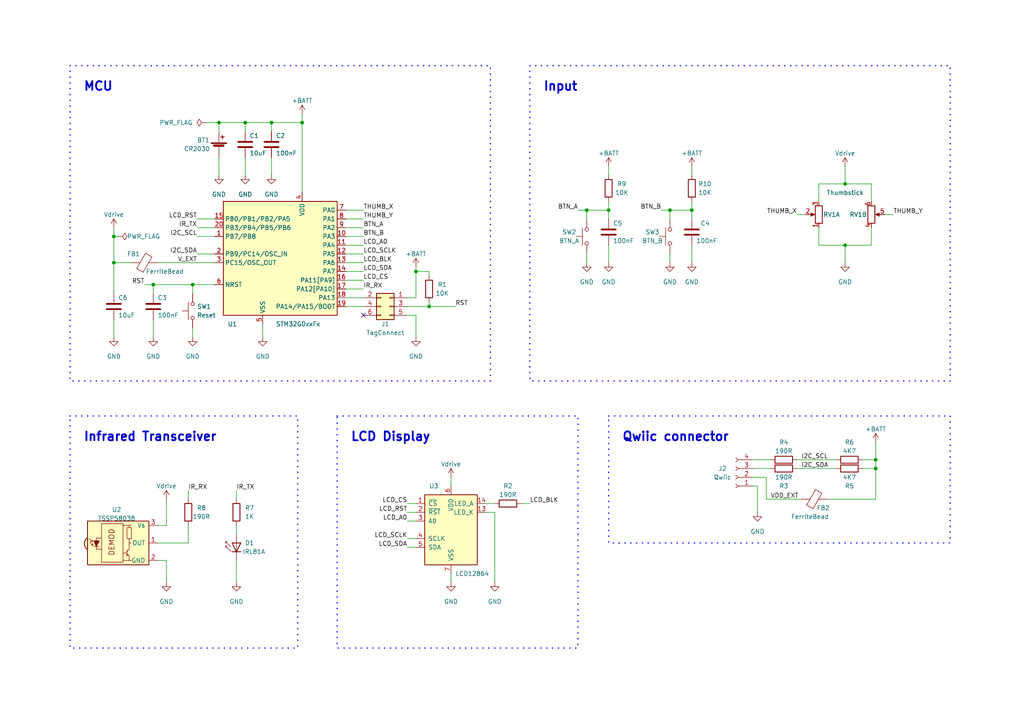
<source format=kicad_sch>
(kicad_sch (version 20220929) (generator eeschema)
  (paper "A4")
  (title_block (title "Curio") (rev "0x02"))
  (lib_symbols
    (symbol "Connector:Conn_01x04_Female" (pin_names (offset 1.016) hide)
      (property "Reference" "J" (at 0 5.08 0))
      (property "Value" "Conn_01x04_Female" (at 0 -7.62 0))
      (symbol "Conn_01x04_Female_1_1"
        (arc (start 0 -4.572) (mid -0.508 -5.08) (end 0 -5.588) (stroke (width 0.1524)))
        (arc (start 0 -2.032) (mid -0.508 -2.54) (end 0 -3.048) (stroke (width 0.1524)))
        (polyline (pts (xy -1.27 -5.08) (xy -0.508 -5.08)) (stroke (width 0.1524)))
        (polyline (pts (xy -1.27 -2.54) (xy -0.508 -2.54)) (stroke (width 0.1524)))
        (polyline (pts (xy -1.27 0) (xy -0.508 0)) (stroke (width 0.1524)))
        (polyline (pts (xy -1.27 2.54) (xy -0.508 2.54)) (stroke (width 0.1524)))
        (arc (start 0 0.508) (mid -0.508 0) (end 0 -0.508) (stroke (width 0.1524)))
        (arc (start 0 3.048) (mid -0.508 2.54) (end 0 2.032) (stroke (width 0.1524)))
        (pin passive line (at -5.08 2.54 0) (length 3.81) (name "Pin_1") (number "1"))
        (pin passive line (at -5.08 0 0) (length 3.81) (name "Pin_2") (number "2"))
        (pin passive line (at -5.08 -2.54 0) (length 3.81) (name "Pin_3") (number "3"))
        (pin passive line (at -5.08 -5.08 0) (length 3.81) (name "Pin_4") (number "4"))
      )
    )
    (symbol "Connector_Generic:Conn_02x03_Odd_Even" (pin_names (offset 1.016) hide)
      (property "Reference" "J" (at 1.27 5.08 0))
      (property "Value" "Conn_02x03_Odd_Even" (at 1.27 -5.08 0))
      (symbol "Conn_02x03_Odd_Even_1_1"
        (rectangle (start -1.27 -2.413) (end 0 -2.667) (stroke (width 0.1524)))
        (rectangle (start -1.27 0.127) (end 0 -0.127) (stroke (width 0.1524)))
        (rectangle (start -1.27 2.667) (end 0 2.413) (stroke (width 0.1524)))
        (rectangle (start -1.27 3.81) (end 3.81 -3.81) (stroke (width 0.254)) (fill (type background)))
        (rectangle (start 3.81 -2.413) (end 2.54 -2.667) (stroke (width 0.1524)))
        (rectangle (start 3.81 0.127) (end 2.54 -0.127) (stroke (width 0.1524)))
        (rectangle (start 3.81 2.667) (end 2.54 2.413) (stroke (width 0.1524)))
        (pin passive line (at -5.08 2.54 0) (length 3.81) (name "Pin_1") (number "1"))
        (pin passive line (at 7.62 2.54 180) (length 3.81) (name "Pin_2") (number "2"))
        (pin passive line (at -5.08 0 0) (length 3.81) (name "Pin_3") (number "3"))
        (pin passive line (at 7.62 0 180) (length 3.81) (name "Pin_4") (number "4"))
        (pin passive line (at -5.08 -2.54 0) (length 3.81) (name "Pin_5") (number "5"))
        (pin passive line (at 7.62 -2.54 180) (length 3.81) (name "Pin_6") (number "6"))
      )
    )
    (symbol "Device:Battery_Cell" (pin_numbers hide) (pin_names (offset 0) hide)
      (property "Reference" "BT" (at 2.54 2.54 0))
      (property "Value" "Battery_Cell" (at 2.54 0 0))
      (symbol "Battery_Cell_0_1"
        (rectangle (start -2.286 1.778) (end 2.286 1.524) (fill (type outline)))
        (rectangle (start -1.5748 1.1938) (end 1.4732 0.6858) (fill (type outline)))
        (polyline (pts (xy 0 0.762) (xy 0 0)))
        (polyline (pts (xy 0 1.778) (xy 0 2.54)))
        (polyline (pts (xy 0.508 3.429) (xy 1.524 3.429)) (stroke (width 0.254)))
        (polyline (pts (xy 1.016 3.937) (xy 1.016 2.921)) (stroke (width 0.254)))
      )
      (symbol "Battery_Cell_1_1"
        (pin passive line (at 0 5.08 270) (length 2.54) (name "+") (number "1"))
        (pin passive line (at 0 -2.54 90) (length 2.54) (name "-") (number "2"))
      )
    )
    (symbol "Device:C" (pin_numbers hide) (pin_names (offset 0.254))
      (property "Reference" "C" (at 0.635 2.54 0))
      (property "Value" "C" (at 0.635 -2.54 0))
      (symbol "C_0_1"
        (polyline (pts (xy -2.032 -0.762) (xy 2.032 -0.762)) (stroke (width 0.508)))
        (polyline (pts (xy -2.032 0.762) (xy 2.032 0.762)) (stroke (width 0.508)))
      )
      (symbol "C_1_1"
        (pin passive line (at 0 3.81 270) (length 2.794) (name "~") (number "1"))
        (pin passive line (at 0 -3.81 90) (length 2.794) (name "~") (number "2"))
      )
    )
    (symbol "Device:FerriteBead" (pin_numbers hide) (pin_names (offset 0))
      (property "Reference" "FB" (at -3.81 0.635 90))
      (property "Value" "FerriteBead" (at 3.81 0 90))
      (symbol "FerriteBead_0_1"
        (polyline (pts (xy 0 -1.27) (xy 0 -1.2192)))
        (polyline (pts (xy 0 1.27) (xy 0 1.2954)))
        (polyline (pts (xy -2.7686 0.4064) (xy -1.7018 2.2606) (xy 2.7686 -0.3048) (xy 1.6764 -2.159) (xy -2.7686 0.4064)))
      )
      (symbol "FerriteBead_1_1"
        (pin passive line (at 0 3.81 270) (length 2.54) (name "~") (number "1"))
        (pin passive line (at 0 -3.81 90) (length 2.54) (name "~") (number "2"))
      )
    )
    (symbol "Device:R" (pin_numbers hide) (pin_names (offset 0))
      (property "Reference" "R" (at 2.032 0 90))
      (property "Value" "R" (at 0 0 90))
      (symbol "R_0_1"
        (rectangle (start -1.016 -2.54) (end 1.016 2.54) (stroke (width 0.254)))
      )
      (symbol "R_1_1"
        (pin passive line (at 0 3.81 270) (length 1.27) (name "~") (number "1"))
        (pin passive line (at 0 -3.81 90) (length 1.27) (name "~") (number "2"))
      )
    )
    (symbol "Device:R_Potentiometer_Dual_Separate" (pin_names (offset 1.016) hide)
      (property "Reference" "RV" (at -4.445 0 90))
      (property "Value" "R_Potentiometer_Dual_Separate" (at -2.54 0 90))
      (symbol "R_Potentiometer_Dual_Separate_0_1"
        (polyline (pts (xy 2.54 0) (xy 1.524 0)))
        (polyline (pts (xy 1.143 0) (xy 2.286 0.508) (xy 2.286 -0.508) (xy 1.143 0)) (fill (type outline)))
        (rectangle (start 1.016 2.54) (end -1.016 -2.54) (stroke (width 0.254)))
      )
      (symbol "R_Potentiometer_Dual_Separate_1_1"
        (pin passive line (at 0 3.81 270) (length 1.27) (name "1") (number "1"))
        (pin passive line (at 3.81 0 180) (length 1.27) (name "2") (number "2"))
        (pin passive line (at 0 -3.81 90) (length 1.27) (name "3") (number "3"))
      )
      (symbol "R_Potentiometer_Dual_Separate_2_1"
        (pin passive line (at 0 3.81 270) (length 1.27) (name "4") (number "4"))
        (pin passive line (at 3.81 0 180) (length 1.27) (name "5") (number "5"))
        (pin passive line (at 0 -3.81 90) (length 1.27) (name "6") (number "6"))
      )
    )
    (symbol "LED:IRL81A" (pin_numbers hide) (pin_names (offset 1.016) hide)
      (property "Reference" "D" (at 0.508 1.778 0))
      (property "Value" "IRL81A" (at -1.016 -2.794 0))
      (symbol "IRL81A_0_1"
        (polyline (pts (xy -2.54 0) (xy 0 0)))
        (polyline (pts (xy -2.54 1.27) (xy -2.54 -1.27)) (stroke (width 0.254)))
        (polyline (pts (xy 0.381 3.175) (xy -0.127 3.175)))
        (polyline (pts (xy -1.143 1.651) (xy 0.381 3.175) (xy 0.381 2.667)))
        (polyline (pts (xy 0 -1.27) (xy 0 1.27) (xy -2.54 0) (xy 0 -1.27)) (stroke (width 0.254)))
        (polyline (pts (xy -2.413 1.651) (xy -0.889 3.175) (xy -0.889 2.667) (xy -0.889 3.175) (xy -1.397 3.175)))
      )
      (symbol "IRL81A_1_1"
        (pin passive line (at -5.08 0 0) (length 2.54) (name "K") (number "1"))
        (pin passive line (at 2.54 0 180) (length 2.54) (name "A") (number "2"))
      )
    )
    (symbol "Sensor_Proximity:TSSP58038" (pin_names (offset 1.016))
      (property "Reference" "U" (at -10.16 7.62 0))
      (property "Value" "TSSP58038" (at -10.16 -7.62 0))
      (symbol "TSSP58038_0_0"
        (arc (start -10.287 1.397) (mid -11.0899 -0.1852) (end -10.287 -1.778) (stroke (width 0.254)) (fill (type background)))
        (polyline (pts (xy 1.905 -5.08) (xy 0.127 -5.08)))
        (polyline (pts (xy 1.905 5.08) (xy 0.127 5.08)))
        (text "DEMOD" (at -3.175 0.254 900) (effects (font (size 1.524 1.524))))
      )
      (symbol "TSSP58038_0_1"
        (rectangle (start -6.096 5.588) (end 0.127 -5.588))
        (polyline (pts (xy -8.763 0.381) (xy -9.652 1.27)))
        (polyline (pts (xy -8.763 0.381) (xy -9.271 0.381)))
        (polyline (pts (xy -8.763 0.381) (xy -8.763 0.889)))
        (polyline (pts (xy -8.636 -0.635) (xy -9.525 0.254)))
        (polyline (pts (xy -8.636 -0.635) (xy -9.144 -0.635)))
        (polyline (pts (xy -8.636 -0.635) (xy -8.636 -0.127)))
        (polyline (pts (xy -8.382 -1.016) (xy -6.731 -1.016)))
        (polyline (pts (xy 1.27 -2.921) (xy 0.127 -2.921)))
        (polyline (pts (xy 1.27 -1.905) (xy 1.27 -3.81)))
        (polyline (pts (xy 1.397 -3.556) (xy 1.524 -3.556)))
        (polyline (pts (xy 1.651 -3.556) (xy 1.524 -3.556)))
        (polyline (pts (xy 1.651 -3.556) (xy 1.651 -3.302)))
        (polyline (pts (xy 1.905 0) (xy 1.905 1.27)))
        (polyline (pts (xy 1.905 4.445) (xy 1.905 5.08) (xy 2.54 5.08)))
        (polyline (pts (xy -8.382 0.635) (xy -6.731 0.635) (xy -7.62 -1.016) (xy -8.382 0.635)) (fill (type outline)))
        (polyline (pts (xy -6.096 1.397) (xy -7.62 1.397) (xy -7.62 -1.778) (xy -6.096 -1.778)))
        (polyline (pts (xy 1.27 -3.175) (xy 1.905 -3.81) (xy 1.905 -5.08) (xy 2.54 -5.08)))
        (polyline (pts (xy 1.27 -2.54) (xy 1.905 -1.905) (xy 1.905 0) (xy 2.54 0)))
        (rectangle (start 2.54 1.27) (end 1.27 4.445))
        (rectangle (start 7.62 6.35) (end -10.16 -6.35) (stroke (width 0.254)) (fill (type background)))
      )
      (symbol "TSSP58038_1_1"
        (pin output line (at 10.16 0 180) (length 2.54) (name "OUT") (number "1"))
        (pin power_in line (at 10.16 -5.08 180) (length 2.54) (name "GND") (number "2"))
        (pin power_in line (at 10.16 5.08 180) (length 2.54) (name "Vs") (number "3"))
      )
    )
    (symbol "Switch:SW_Push" (pin_numbers hide) (pin_names (offset 1.016) hide)
      (property "Reference" "SW" (at 1.27 2.54 0))
      (property "Value" "SW_Push" (at 0 -1.524 0))
      (symbol "SW_Push_0_1"
        (circle (center -2.032 0) (radius 0.508))
        (polyline (pts (xy 0 1.27) (xy 0 3.048)))
        (polyline (pts (xy 2.54 1.27) (xy -2.54 1.27)))
        (circle (center 2.032 0) (radius 0.508))
        (pin passive line (at -5.08 0 0) (length 2.54) (name "1") (number "1"))
        (pin passive line (at 5.08 0 180) (length 2.54) (name "2") (number "2"))
      )
    )
    (symbol "curio:LCD12864" (pin_names (offset 1.016))
      (property "Reference" "U" (at -5.842 11.684 0))
      (property "Value" "LCD12864" (at 1.524 11.684 0))
      (symbol "LCD12864_0_1"
        (rectangle (start -7.62 10.16) (end 7.62 -10.16) (stroke (width 0.254)) (fill (type background)))
      )
      (symbol "LCD12864_1_0"
        (pin no_connect line (at 10.16 1.27 180) (length 2.54) hide (name "NC") (number "12"))
      )
      (symbol "LCD12864_1_1"
        (pin input line (at -10.16 7.62 0) (length 2.54) (name "~{CS}") (number "1"))
        (pin no_connect line (at 10.16 -3.81 180) (length 2.54) hide (name "NC") (number "10"))
        (pin no_connect line (at 10.16 -1.27 180) (length 2.54) hide (name "NC") (number "11"))
        (pin output line (at 10.16 5.08 180) (length 2.54) (name "LED_K") (number "13"))
        (pin output line (at 10.16 7.62 180) (length 2.54) (name "LED_A") (number "14"))
        (pin input line (at -10.16 5.08 0) (length 2.54) (name "~{RST}") (number "2"))
        (pin input line (at -10.16 2.54 0) (length 2.54) (name "A0") (number "3"))
        (pin input line (at -10.16 -2.54 0) (length 2.54) (name "SCLK") (number "4"))
        (pin input line (at -10.16 -5.08 0) (length 2.54) (name "SDA") (number "5"))
        (pin power_in line (at 0 12.7 270) (length 2.54) (name "VDD") (number "6"))
        (pin power_in line (at 0 -12.7 90) (length 2.54) (name "VSS") (number "7"))
        (pin no_connect line (at 10.16 -8.89 180) (length 2.54) hide (name "NC") (number "8"))
        (pin no_connect line (at 10.16 -6.35 180) (length 2.54) hide (name "NC") (number "9"))
      )
    )
    (symbol "curio:STM32G0xxFx"
      (property "Reference" "U" (at -1.27 2.54 0))
      (property "Value" "STM32G0xxFx" (at -19.05 17.78 0))
      (symbol "STM32G0xxFx_0_1"
        (rectangle (start -22.86 15.24) (end 10.16 -17.78) (stroke (width 0.254)) (fill (type background)))
      )
      (symbol "STM32G0xxFx_1_1"
        (pin bidirectional line (at -25.4 5.08 0) (length 2.54) (name "PB7/PB8") (number "1"))
        (pin bidirectional line (at 12.7 5.08 180) (length 2.54) (name "PA3") (number "10"))
        (pin bidirectional line (at 12.7 2.54 180) (length 2.54) (name "PA4") (number "11"))
        (pin bidirectional line (at 12.7 0 180) (length 2.54) (name "PA5") (number "12"))
        (pin bidirectional line (at 12.7 -2.54 180) (length 2.54) (name "PA6") (number "13"))
        (pin bidirectional line (at 12.7 -5.08 180) (length 2.54) (name "PA7") (number "14"))
        (pin bidirectional line (at -25.4 10.16 0) (length 2.54) (name "PB0/PB1/PB2/PA5") (number "15"))
        (pin bidirectional line (at 12.7 -7.62 180) (length 2.54) (name "PA11[PA9]") (number "16"))
        (pin bidirectional line (at 12.7 -10.16 180) (length 2.54) (name "PA12[PA10]") (number "17"))
        (pin bidirectional line (at 12.7 -12.7 180) (length 2.54) (name "PA13") (number "18"))
        (pin bidirectional line (at 12.7 -15.24 180) (length 2.54) (name "PA14/PA15/BOOT") (number "19"))
        (pin bidirectional line (at -25.4 0 0) (length 2.54) (name "PB9/PC14/OSC_IN") (number "2"))
        (pin bidirectional line (at -25.4 7.62 0) (length 2.54) (name "PB3/PB4/PB5/PB6") (number "20"))
        (pin bidirectional line (at -25.4 -2.54 0) (length 2.54) (name "PC15/OSC_OUT") (number "3"))
        (pin power_in line (at 0 17.78 270) (length 2.54) (name "VDD") (number "4"))
        (pin power_in line (at -11.43 -20.32 90) (length 2.54) (name "VSS") (number "5"))
        (pin bidirectional line (at -25.4 -8.89 0) (length 2.54) (name "NRST") (number "6"))
        (pin bidirectional line (at 12.7 12.7 180) (length 2.54) (name "PA0") (number "7"))
        (pin bidirectional line (at 12.7 10.16 180) (length 2.54) (name "PA1") (number "8"))
        (pin bidirectional line (at 12.7 7.62 180) (length 2.54) (name "PA2") (number "9"))
      )
    )
    (symbol "power:+BATT" (power) (pin_names (offset 0))
      (property "Value" "+BATT" (at 0 3.556 0))
      (symbol "+BATT_0_1"
        (polyline (pts (xy -0.762 1.27) (xy 0 2.54)))
        (polyline (pts (xy 0 0) (xy 0 2.54)))
        (polyline (pts (xy 0 2.54) (xy 0.762 1.27)))
      )
      (symbol "+BATT_1_1"
        (pin power_in line (at 0 0 90) (length 0) hide (name "+BATT") (number "1"))
      )
    )
    (symbol "power:GND" (power) (pin_names (offset 0))
      (property "Value" "GND" (at 0 -3.81 0))
      (symbol "GND_0_1"
        (polyline (pts (xy 0 0) (xy 0 -1.27) (xy 1.27 -1.27) (xy 0 -2.54) (xy -1.27 -1.27) (xy 0 -1.27)))
      )
      (symbol "GND_1_1"
        (pin power_in line (at 0 0 270) (length 0) hide (name "GND") (number "1"))
      )
    )
    (symbol "power:PWR_FLAG" (power) (pin_numbers hide) (pin_names (offset 0) hide)
      (property "Value" "PWR_FLAG" (at 0 3.81 0))
      (symbol "PWR_FLAG_0_0"
        (pin power_out line (at 0 0 90) (length 0) (name "pwr") (number "1"))
      )
      (symbol "PWR_FLAG_0_1"
        (polyline (pts (xy 0 0) (xy 0 1.27) (xy -1.016 1.905) (xy 0 2.54) (xy 1.016 1.905) (xy 0 1.27)))
      )
    )
    (symbol "power:Vdrive" (power) (pin_names (offset 0))
      (property "Value" "Vdrive" (at 0 3.81 0))
      (symbol "Vdrive_0_1"
        (polyline (pts (xy -0.762 1.27) (xy 0 2.54)))
        (polyline (pts (xy 0 0) (xy 0 2.54)))
        (polyline (pts (xy 0 2.54) (xy 0.762 1.27)))
      )
      (symbol "Vdrive_1_1"
        (pin power_in line (at 0 0 90) (length 0) hide (name "Vdrive") (number "1"))
      )
    )
  )
  (junction (at 194.31 60.96))
  (junction (at 44.45 82.55))
  (junction (at 71.12 35.56))
  (junction (at 124.46 88.9))
  (junction (at 245.11 71.12))
  (junction (at 170.18 60.96))
  (junction (at 87.63 35.56))
  (junction (at 176.53 60.96))
  (junction (at 254 133.35))
  (junction (at 33.02 68.58))
  (junction (at 33.02 76.2))
  (junction (at 120.65 78.74))
  (junction (at 55.88 82.55))
  (junction (at 63.5 35.56))
  (junction (at 245.11 53.34))
  (junction (at 200.66 60.96))
  (junction (at 78.74 35.56))
  (junction (at 254 135.89))
  (no_connect (at 105.41 91.44))
  (wire (pts (xy 153.67 146.05) (xy 151.13 146.05)))
  (wire (pts (xy 120.65 78.74) (xy 120.65 86.36)))
  (wire (pts (xy 78.74 35.56) (xy 71.12 35.56)))
  (wire (pts (xy 105.41 76.2) (xy 100.33 76.2)))
  (wire (pts (xy 200.66 48.26) (xy 200.66 50.8)))
  (wire (pts (xy 76.2 97.79) (xy 76.2 93.98)))
  (wire (pts (xy 44.45 92.71) (xy 44.45 97.79)))
  (wire (pts (xy 41.91 82.55) (xy 44.45 82.55)))
  (wire (pts (xy 118.11 156.21) (xy 120.65 156.21)))
  (wire (pts (xy 222.25 138.43) (xy 218.44 138.43)))
  (wire (pts (xy 44.45 82.55) (xy 55.88 82.55)))
  (wire (pts (xy 254 144.78) (xy 254 135.89)))
  (wire (pts (xy 48.26 152.4) (xy 45.72 152.4)))
  (wire (pts (xy 237.49 53.34) (xy 245.11 53.34)))
  (wire (pts (xy 254 144.78) (xy 240.03 144.78)))
  (wire (pts (xy 68.58 152.4) (xy 68.58 154.94)))
  (wire (pts (xy 33.02 68.58) (xy 33.02 76.2)))
  (wire (pts (xy 78.74 50.8) (xy 78.74 45.72)))
  (wire (pts (xy 54.61 142.24) (xy 54.61 144.78)))
  (wire (pts (xy 78.74 35.56) (xy 78.74 38.1)))
  (wire (pts (xy 140.97 148.59) (xy 143.51 148.59)))
  (wire (pts (xy 48.26 144.78) (xy 48.26 152.4)))
  (wire (pts (xy 105.41 88.9) (xy 100.33 88.9)))
  (wire (pts (xy 176.53 76.2) (xy 176.53 71.12)))
  (wire (pts (xy 57.15 63.5) (xy 62.23 63.5)))
  (wire (pts (xy 167.64 60.96) (xy 170.18 60.96)))
  (wire (pts (xy 254 133.35) (xy 254 128.27)))
  (wire (pts (xy 59.69 35.56) (xy 63.5 35.56)))
  (wire (pts (xy 68.58 168.91) (xy 68.58 162.56)))
  (wire (pts (xy 120.65 86.36) (xy 118.11 86.36)))
  (wire (pts (xy 254 135.89) (xy 254 133.35)))
  (wire (pts (xy 45.72 162.56) (xy 48.26 162.56)))
  (wire (pts (xy 105.41 78.74) (xy 100.33 78.74)))
  (wire (pts (xy 55.88 82.55) (xy 62.23 82.55)))
  (wire (pts (xy 63.5 45.72) (xy 63.5 50.8)))
  (wire (pts (xy 105.41 83.82) (xy 100.33 83.82)))
  (wire (pts (xy 231.14 62.23) (xy 233.68 62.23)))
  (wire (pts (xy 143.51 148.59) (xy 143.51 168.91)))
  (wire (pts (xy 105.41 81.28) (xy 100.33 81.28)))
  (wire (pts (xy 232.41 144.78) (xy 222.25 144.78)))
  (wire (pts (xy 105.41 66.04) (xy 100.33 66.04)))
  (wire (pts (xy 105.41 68.58) (xy 100.33 68.58)))
  (wire (pts (xy 250.19 135.89) (xy 254 135.89)))
  (wire (pts (xy 87.63 33.02) (xy 87.63 35.56)))
  (wire (pts (xy 256.54 62.23) (xy 259.08 62.23)))
  (wire (pts (xy 143.51 146.05) (xy 140.97 146.05)))
  (wire (pts (xy 45.72 157.48) (xy 54.61 157.48)))
  (wire (pts (xy 33.02 76.2) (xy 38.1 76.2)))
  (wire (pts (xy 200.66 76.2) (xy 200.66 71.12)))
  (wire (pts (xy 237.49 71.12) (xy 237.49 66.04)))
  (wire (pts (xy 200.66 60.96) (xy 194.31 60.96)))
  (wire (pts (xy 71.12 50.8) (xy 71.12 45.72)))
  (wire (pts (xy 252.73 66.04) (xy 252.73 71.12)))
  (wire (pts (xy 118.11 148.59) (xy 120.65 148.59)))
  (wire (pts (xy 87.63 35.56) (xy 78.74 35.56)))
  (wire (pts (xy 33.02 92.71) (xy 33.02 97.79)))
  (wire (pts (xy 71.12 35.56) (xy 71.12 38.1)))
  (wire (pts (xy 124.46 80.01) (xy 124.46 78.74)))
  (wire (pts (xy 105.41 63.5) (xy 100.33 63.5)))
  (wire (pts (xy 124.46 88.9) (xy 118.11 88.9)))
  (wire (pts (xy 55.88 95.25) (xy 55.88 97.79)))
  (wire (pts (xy 191.77 60.96) (xy 194.31 60.96)))
  (wire (pts (xy 219.71 148.59) (xy 219.71 140.97)))
  (wire (pts (xy 245.11 71.12) (xy 237.49 71.12)))
  (wire (pts (xy 118.11 158.75) (xy 120.65 158.75)))
  (wire (pts (xy 200.66 58.42) (xy 200.66 60.96)))
  (wire (pts (xy 120.65 91.44) (xy 120.65 97.79)))
  (wire (pts (xy 130.81 166.37) (xy 130.81 168.91)))
  (wire (pts (xy 105.41 71.12) (xy 100.33 71.12)))
  (wire (pts (xy 33.02 85.09) (xy 33.02 76.2)))
  (wire (pts (xy 170.18 76.2) (xy 170.18 73.66)))
  (wire (pts (xy 71.12 35.56) (xy 63.5 35.56)))
  (wire (pts (xy 252.73 53.34) (xy 252.73 58.42)))
  (wire (pts (xy 231.14 133.35) (xy 242.57 133.35)))
  (wire (pts (xy 118.11 91.44) (xy 120.65 91.44)))
  (wire (pts (xy 57.15 68.58) (xy 62.23 68.58)))
  (wire (pts (xy 124.46 78.74) (xy 120.65 78.74)))
  (wire (pts (xy 176.53 60.96) (xy 170.18 60.96)))
  (wire (pts (xy 170.18 60.96) (xy 170.18 63.5)))
  (wire (pts (xy 105.41 60.96) (xy 100.33 60.96)))
  (wire (pts (xy 55.88 85.09) (xy 55.88 82.55)))
  (wire (pts (xy 105.41 73.66) (xy 100.33 73.66)))
  (wire (pts (xy 245.11 53.34) (xy 252.73 53.34)))
  (wire (pts (xy 45.72 76.2) (xy 62.23 76.2)))
  (wire (pts (xy 176.53 58.42) (xy 176.53 60.96)))
  (wire (pts (xy 223.52 133.35) (xy 218.44 133.35)))
  (wire (pts (xy 200.66 63.5) (xy 200.66 60.96)))
  (wire (pts (xy 34.29 68.58) (xy 33.02 68.58)))
  (wire (pts (xy 223.52 135.89) (xy 218.44 135.89)))
  (wire (pts (xy 87.63 35.56) (xy 87.63 55.88)))
  (wire (pts (xy 54.61 152.4) (xy 54.61 157.48)))
  (wire (pts (xy 120.65 77.47) (xy 120.65 78.74)))
  (wire (pts (xy 176.53 63.5) (xy 176.53 60.96)))
  (wire (pts (xy 44.45 85.09) (xy 44.45 82.55)))
  (wire (pts (xy 194.31 76.2) (xy 194.31 73.66)))
  (wire (pts (xy 57.15 66.04) (xy 62.23 66.04)))
  (wire (pts (xy 63.5 35.56) (xy 63.5 38.1)))
  (wire (pts (xy 124.46 88.9) (xy 132.08 88.9)))
  (wire (pts (xy 245.11 71.12) (xy 252.73 71.12)))
  (wire (pts (xy 237.49 53.34) (xy 237.49 58.42)))
  (wire (pts (xy 231.14 135.89) (xy 242.57 135.89)))
  (wire (pts (xy 245.11 71.12) (xy 245.11 76.2)))
  (wire (pts (xy 219.71 140.97) (xy 218.44 140.97)))
  (wire (pts (xy 105.41 86.36) (xy 100.33 86.36)))
  (wire (pts (xy 245.11 48.26) (xy 245.11 53.34)))
  (wire (pts (xy 176.53 48.26) (xy 176.53 50.8)))
  (wire (pts (xy 118.11 151.13) (xy 120.65 151.13)))
  (wire (pts (xy 68.58 142.24) (xy 68.58 144.78)))
  (wire (pts (xy 118.11 146.05) (xy 120.65 146.05)))
  (wire (pts (xy 250.19 133.35) (xy 254 133.35)))
  (wire (pts (xy 130.81 138.43) (xy 130.81 140.97)))
  (wire (pts (xy 57.15 73.66) (xy 62.23 73.66)))
  (wire (pts (xy 222.25 144.78) (xy 222.25 138.43)))
  (wire (pts (xy 194.31 60.96) (xy 194.31 63.5)))
  (wire (pts (xy 124.46 87.63) (xy 124.46 88.9)))
  (wire (pts (xy 33.02 66.04) (xy 33.02 68.58)))
  (wire (pts (xy 48.26 162.56) (xy 48.26 168.91)))
  (rectangle (start 20.32 19.05) (end 142.24 110.49) (stroke (width 0.4) (type dot) (color 43 47 255 1)))
  (rectangle (start 176.53 120.65) (end 275.59 157.48) (stroke (width 0.4) (type dot) (color 43 47 255 1)))
  (rectangle (start 20.32 120.65) (end 86.36 187.96) (stroke (width 0.4) (type dot) (color 43 47 255 1)))
  (rectangle (start 97.79 120.65) (end 167.64 187.96) (stroke (width 0.4) (type dot) (color 43 47 255 1)))
  (rectangle (start 153.67 19.05) (end 275.59 110.49) (stroke (width 0.4) (type dot) (color 43 47 255 1)))
  (text "Input" (at 157.48 26.67 0) (effects (font (size 2.54 2.54) (thickness 0.508) bold) (justify left bottom)))
  (text "MCU" (at 24.13 26.67 0) (effects (font (size 2.54 2.54) (thickness 0.508) bold) (justify left bottom)))
  (text "Qwiic connector" (at 180.34 128.27 0) (effects (font (size 2.54 2.54) (thickness 0.508) bold) (justify left bottom)))
  (text "LCD Display" (at 101.6 128.27 0) (effects (font (size 2.54 2.54) (thickness 0.508) bold) (justify left bottom)))
  (text "Infrared Transceiver" (at 24.13 128.27 0) (effects (font (size 2.54 2.54) (thickness 0.508) bold) (justify left bottom)))
  (label "I2C_SCL" (at 232.41 133.35 0))
  (label "LCD_A0" (at 118.11 151.13 180))
  (label "IR_TX" (at 57.15 66.04 180))
  (label "V_EXT" (at 57.15 76.2 180))
  (label "LCD_SDA" (at 105.41 78.74 0))
  (label "I2C_SDA" (at 57.15 73.66 180))
  (label "LCD_SCLK" (at 118.11 156.21 180))
  (label "THUMB_Y" (at 105.41 63.5 0))
  (label "THUMB_Y" (at 259.08 62.23 0))
  (label "LCD_RST" (at 118.11 148.59 180))
  (label "LCD_SDA" (at 118.11 158.75 180))
  (label "LCD_BLK" (at 153.67 146.05 0))
  (label "LCD_A0" (at 105.41 71.12 0))
  (label "I2C_SDA" (at 232.41 135.89 0))
  (label "I2C_SCL" (at 57.15 68.58 180))
  (label "LCD_CS" (at 105.41 81.28 0))
  (label "BTN_A" (at 167.64 60.96 180))
  (label "IR_RX" (at 54.61 142.24 0))
  (label "RST" (at 132.08 88.9 0))
  (label "LCD_BLK" (at 105.41 76.2 0))
  (label "LCD_SCLK" (at 105.41 73.66 0))
  (label "BTN_A" (at 105.41 66.04 0))
  (label "THUMB_X" (at 105.41 60.96 0))
  (label "LCD_RST" (at 57.15 63.5 180))
  (label "LCD_CS" (at 118.11 146.05 180))
  (label "RST" (at 41.91 82.55 180))
  (label "VDD_EXT" (at 223.52 144.78 0))
  (label "BTN_B" (at 191.77 60.96 180))
  (label "BTN_B" (at 105.41 68.58 0))
  (label "THUMB_X" (at 231.14 62.23 180))
  (label "IR_TX" (at 68.58 142.24 0))
  (label "IR_RX" (at 105.41 83.82 0))
  (symbol (lib_id "Device:R") (at 54.61 148.59 0) (unit 1)
    (default_instance (reference "R1") (unit 1) (value "R") (footprint "Resistor_SMD:R_0603_1608Metric"))
    (property "Reference" "R8" (at 58.42 147.32 0))
    (property "Value" "190R" (at 58.42 149.86 0))
    (property "Footprint" "Resistor_SMD:R_0603_1608Metric" (effects hide))
  )
  (symbol (lib_id "power:GND") (at 200.66 76.2 0) (unit 1)
    (default_instance (reference "#PWR?") (unit 1) (value "GND") (footprint ""))
    (property "Reference" "#PWR0127" (effects hide))
    (property "Value" "GND" (at 200.66 81.788 0))
  )
  (symbol (lib_id "power:GND") (at 48.26 168.91 0) (unit 1)
    (default_instance (reference "#PWR?") (unit 1) (value "GND") (footprint ""))
    (property "Reference" "#PWR0109" (effects hide))
    (property "Value" "GND" (at 48.26 174.498 0))
  )
  (symbol (lib_id "Device:C") (at 33.02 88.9 0) (unit 1)
    (default_instance (reference "C1") (unit 1) (value "C") (footprint "Capacitor_SMD:C_0603_1608Metric"))
    (property "Reference" "C6" (at 34.29 86.36 0) (effects (justify left)))
    (property "Value" "10uF" (at 34.29 91.44 0) (effects (justify left)))
    (property "Footprint" "Capacitor_SMD:C_0603_1608Metric" (effects hide))
  )
  (symbol (lib_id "Device:R") (at 227.33 133.35 270) (unit 1)
    (default_instance (reference "R1") (unit 1) (value "R") (footprint "Resistor_SMD:R_0603_1608Metric"))
    (property "Reference" "R4" (at 227.33 128.27 90))
    (property "Value" "190R" (at 227.33 130.81 90))
    (property "Footprint" "Resistor_SMD:R_0603_1608Metric" (effects hide))
  )
  (symbol (lib_id "power:GND") (at 143.51 168.91 0) (unit 1)
    (default_instance (reference "#PWR?") (unit 1) (value "GND") (footprint ""))
    (property "Reference" "#PWR0102" (effects hide))
    (property "Value" "GND" (at 143.51 174.498 0))
  )
  (symbol (lib_id "power:GND") (at 63.5 50.8 0) (unit 1)
    (default_instance (reference "#PWR?") (unit 1) (value "GND") (footprint ""))
    (property "Reference" "#PWR0120" (effects hide))
    (property "Value" "GND" (at 63.5 56.388 0))
  )
  (symbol (lib_id "Device:R") (at 176.53 54.61 0) (unit 1)
    (default_instance (reference "R1") (unit 1) (value "R") (footprint "Resistor_SMD:R_0603_1608Metric"))
    (property "Reference" "R9" (at 180.34 53.34 0))
    (property "Value" "10K" (at 180.34 55.88 0))
    (property "Footprint" "Resistor_SMD:R_0603_1608Metric" (effects hide))
  )
  (symbol (lib_id "Device:R") (at 124.46 83.82 0) (unit 1)
    (default_instance (reference "R1") (unit 1) (value "R") (footprint "Resistor_SMD:R_0603_1608Metric"))
    (property "Reference" "R1" (at 128.27 82.55 0))
    (property "Value" "10K" (at 128.27 85.09 0))
    (property "Footprint" "Resistor_SMD:R_0603_1608Metric" (effects hide))
  )
  (symbol (lib_id "Device:C") (at 78.74 41.91 0) (unit 1)
    (default_instance (reference "C1") (unit 1) (value "C") (footprint "Capacitor_SMD:C_0603_1608Metric"))
    (property "Reference" "C2" (at 80.01 39.37 0) (effects (justify left)))
    (property "Value" "100nF" (at 80.01 44.45 0) (effects (justify left)))
    (property "Footprint" "Capacitor_SMD:C_0603_1608Metric" (effects hide))
  )
  (symbol (lib_id "power:GND") (at 78.74 50.8 0) (unit 1)
    (default_instance (reference "#PWR?") (unit 1) (value "GND") (footprint ""))
    (property "Reference" "#PWR0105" (effects hide))
    (property "Value" "GND" (at 78.74 56.388 0))
  )
  (symbol (lib_id "Sensor_Proximity:TSSP58038") (at 35.56 157.48 0) (unit 1)
    (default_instance (reference "U2") (unit 1) (value "TSSP58038") (footprint "OptoDevice:Vishay_MINICAST-3Pin"))
    (property "Reference" "U2" (at 33.825 147.828 0))
    (property "Value" "TSSP58038" (at 33.825 150.368 0))
    (property "Footprint" "OptoDevice:Vishay_MINICAST-3Pin" (effects hide))
    (property "Datasheet" "http://www.vishay.com/docs/82476/tssp58p38.pdf" (effects hide))
  )
  (symbol (lib_id "power:+BATT") (at 176.53 48.26 0) (unit 1)
    (default_instance (reference "#PWR?") (unit 1) (value "+BATT") (footprint ""))
    (property "Reference" "#PWR0122" (effects hide))
    (property "Value" "+BATT" (at 176.53 44.45 0))
  )
  (symbol (lib_id "power:Vdrive") (at 33.02 66.04 0) (unit 1)
    (default_instance (reference "#PWR?") (unit 1) (value "Vdrive") (footprint ""))
    (property "Reference" "#PWR0113" (effects hide))
    (property "Value" "Vdrive" (at 33.02 62.23 0))
  )
  (symbol (lib_id "power:GND") (at 68.58 168.91 0) (unit 1)
    (default_instance (reference "#PWR?") (unit 1) (value "GND") (footprint ""))
    (property "Reference" "#PWR0108" (effects hide))
    (property "Value" "GND" (at 68.58 174.498 0))
  )
  (symbol (lib_id "curio:STM32G0xxFx") (at 87.63 73.66 0) (unit 1)
    (default_instance (reference "U1") (unit 1) (value "STM32G0xxFx") (footprint "Package_SO:TSSOP-20_4.4x6.5mm_P0.65mm"))
    (property "Reference" "U1" (at 66.04 93.98 0) (effects (justify left)))
    (property "Value" "STM32G0xxFx" (at 80.01 93.98 0) (effects (justify left)))
    (property "Footprint" "Package_SO:TSSOP-20_4.4x6.5mm_P0.65mm" (effects hide))
    (property "Datasheet" "https://www.st.com/resource/en/datasheet/stm32g030f6.pdf" (effects hide))
  )
  (symbol (lib_id "power:GND") (at 71.12 50.8 0) (unit 1)
    (default_instance (reference "#PWR?") (unit 1) (value "GND") (footprint ""))
    (property "Reference" "#PWR0119" (effects hide))
    (property "Value" "GND" (at 71.12 56.388 0))
  )
  (symbol (lib_id "Device:C") (at 176.53 67.31 0) (unit 1)
    (default_instance (reference "C1") (unit 1) (value "C") (footprint "Capacitor_SMD:C_0603_1608Metric"))
    (property "Reference" "C5" (at 177.8 64.77 0) (effects (justify left)))
    (property "Value" "100nF" (at 177.8 69.85 0) (effects (justify left)))
    (property "Footprint" "Capacitor_SMD:C_0603_1608Metric" (effects hide))
  )
  (symbol (lib_id "Device:R") (at 147.32 146.05 270) (unit 1)
    (default_instance (reference "R1") (unit 1) (value "R") (footprint "Resistor_SMD:R_0603_1608Metric"))
    (property "Reference" "R2" (at 147.32 140.97 90))
    (property "Value" "190R" (at 147.32 143.51 90))
    (property "Footprint" "Resistor_SMD:R_0603_1608Metric" (effects hide))
  )
  (symbol (lib_id "power:+BATT") (at 87.63 33.02 0) (unit 1)
    (default_instance (reference "#PWR?") (unit 1) (value "+BATT") (footprint ""))
    (property "Reference" "#PWR0115" (effects hide))
    (property "Value" "+BATT" (at 87.63 29.21 0))
  )
  (symbol (lib_id "power:GND") (at 130.81 168.91 0) (unit 1)
    (default_instance (reference "#PWR?") (unit 1) (value "GND") (footprint ""))
    (property "Reference" "#PWR0103" (effects hide))
    (property "Value" "GND" (at 130.81 174.498 0))
  )
  (symbol (lib_id "power:Vdrive") (at 130.81 138.43 0) (unit 1)
    (default_instance (reference "#PWR?") (unit 1) (value "Vdrive") (footprint ""))
    (property "Reference" "#PWR0106" (effects hide))
    (property "Value" "Vdrive" (at 130.81 134.62 0))
  )
  (symbol (lib_id "Switch:SW_Push") (at 170.18 68.58 90) (unit 1)
    (default_instance (reference "SW1") (unit 1) (value "SW_Push") (footprint "Resistor_SMD:R_1206_3216Metric"))
    (property "Reference" "SW2" (at 165.1 67.31 90))
    (property "Value" "BTN_A" (at 165.1 69.85 90))
    (property "Footprint" "Button_Switch_SMD:SW_DIP_SPSTx01_Slide_6.7x4.1mm_W6.73mm_P2.54mm_LowProfile_JPin" (effects hide))
  )
  (symbol (lib_id "power:GND") (at 245.11 76.2 0) (unit 1)
    (default_instance (reference "#PWR?") (unit 1) (value "GND") (footprint ""))
    (property "Reference" "#PWR0124" (effects hide))
    (property "Value" "GND" (at 245.11 81.788 0))
  )
  (symbol (lib_id "power:GND") (at 170.18 76.2 0) (unit 1)
    (default_instance (reference "#PWR?") (unit 1) (value "GND") (footprint ""))
    (property "Reference" "#PWR0126" (effects hide))
    (property "Value" "GND" (at 170.18 81.788 0))
  )
  (symbol (lib_id "power:GND") (at 176.53 76.2 0) (unit 1)
    (default_instance (reference "#PWR?") (unit 1) (value "GND") (footprint ""))
    (property "Reference" "#PWR0125" (effects hide))
    (property "Value" "GND" (at 176.53 81.788 0))
  )
  (symbol (lib_id "power:GND") (at 33.02 97.79 0) (unit 1)
    (default_instance (reference "#PWR?") (unit 1) (value "GND") (footprint ""))
    (property "Reference" "#PWR0110" (effects hide))
    (property "Value" "GND" (at 33.02 103.378 0))
  )
  (symbol (lib_id "power:GND") (at 55.88 97.79 0) (unit 1)
    (default_instance (reference "#PWR?") (unit 1) (value "GND") (footprint ""))
    (property "Reference" "#PWR0112" (effects hide))
    (property "Value" "GND" (at 55.88 103.378 0))
  )
  (symbol (lib_id "power:GND") (at 76.2 97.79 0) (unit 1)
    (default_instance (reference "#PWR?") (unit 1) (value "GND") (footprint ""))
    (property "Reference" "#PWR0114" (effects hide))
    (property "Value" "GND" (at 76.2 103.378 0))
  )
  (symbol (lib_id "Device:C") (at 44.45 88.9 0) (unit 1)
    (default_instance (reference "C1") (unit 1) (value "C") (footprint "Capacitor_SMD:C_0603_1608Metric"))
    (property "Reference" "C3" (at 45.72 86.36 0) (effects (justify left)))
    (property "Value" "100nF" (at 45.72 91.44 0) (effects (justify left)))
    (property "Footprint" "Capacitor_SMD:C_0603_1608Metric" (effects hide))
  )
  (symbol (lib_id "Device:R") (at 68.58 148.59 180) (unit 1)
    (default_instance (reference "R1") (unit 1) (value "R") (footprint "Resistor_SMD:R_0603_1608Metric"))
    (property "Reference" "R7" (at 72.39 147.32 0))
    (property "Value" "1K" (at 72.39 149.86 0))
    (property "Footprint" "Resistor_SMD:R_0603_1608Metric" (effects hide))
  )
  (symbol (lib_id "Device:C") (at 71.12 41.91 0) (unit 1)
    (default_instance (reference "C1") (unit 1) (value "C") (footprint "Capacitor_SMD:C_0603_1608Metric"))
    (property "Reference" "C1" (at 72.39 39.37 0) (effects (justify left)))
    (property "Value" "10uF" (at 72.39 44.45 0) (effects (justify left)))
    (property "Footprint" "Capacitor_SMD:C_0603_1608Metric" (effects hide))
  )
  (symbol (lib_id "power:PWR_FLAG") (at 34.29 68.58 270) (unit 1)
    (default_instance (reference "#FLG?") (unit 1) (value "PWR_FLAG") (footprint ""))
    (property "Reference" "#FLG0102" (effects hide))
    (property "Value" "PWR_FLAG" (at 36.83 68.58 90) (effects (justify left)))
  )
  (symbol (lib_id "power:GND") (at 194.31 76.2 0) (unit 1)
    (default_instance (reference "#PWR?") (unit 1) (value "GND") (footprint ""))
    (property "Reference" "#PWR0101" (effects hide))
    (property "Value" "GND" (at 194.31 81.788 0))
  )
  (symbol (lib_id "Device:C") (at 200.66 67.31 0) (unit 1)
    (default_instance (reference "C1") (unit 1) (value "C") (footprint "Capacitor_SMD:C_0603_1608Metric"))
    (property "Reference" "C4" (at 203.2 64.77 0) (effects (justify left)))
    (property "Value" "100nF" (at 201.93 69.85 0) (effects (justify left)))
    (property "Footprint" "Capacitor_SMD:C_0603_1608Metric" (effects hide))
  )
  (symbol (lib_id "power:+BATT") (at 254 128.27 0) (unit 1)
    (default_instance (reference "#PWR?") (unit 1) (value "+BATT") (footprint ""))
    (property "Reference" "#PWR0117" (effects hide))
    (property "Value" "+BATT" (at 254 124.46 0))
  )
  (symbol (lib_id "power:+BATT") (at 120.65 77.47 0) (unit 1)
    (default_instance (reference "#PWR?") (unit 1) (value "+BATT") (footprint ""))
    (property "Reference" "#PWR0116" (effects hide))
    (property "Value" "+BATT" (at 120.65 73.66 0))
  )
  (symbol (lib_id "power:PWR_FLAG") (at 59.69 35.56 90) (unit 1)
    (default_instance (reference "#FLG?") (unit 1) (value "PWR_FLAG") (footprint ""))
    (property "Reference" "#FLG0103" (effects hide))
    (property "Value" "PWR_FLAG" (at 55.88 35.56 90) (effects (justify left)))
  )
  (symbol (lib_id "power:GND") (at 219.71 148.59 0) (unit 1)
    (default_instance (reference "#PWR?") (unit 1) (value "GND") (footprint ""))
    (property "Reference" "#PWR0118" (effects hide))
    (property "Value" "GND" (at 219.71 154.178 0))
  )
  (symbol (lib_id "Switch:SW_Push") (at 194.31 68.58 90) (unit 1)
    (default_instance (reference "SW1") (unit 1) (value "SW_Push") (footprint "Resistor_SMD:R_1206_3216Metric"))
    (property "Reference" "SW3" (at 189.23 67.31 90))
    (property "Value" "BTN_B" (at 189.23 69.85 90))
    (property "Footprint" "Button_Switch_SMD:SW_DIP_SPSTx01_Slide_6.7x4.1mm_W6.73mm_P2.54mm_LowProfile_JPin" (effects hide))
  )
  (symbol (lib_id "Switch:SW_Push") (at 55.88 90.17 90) (unit 1)
    (default_instance (reference "SW1") (unit 1) (value "SW_Push") (footprint "Resistor_SMD:R_1206_3216Metric"))
    (property "Reference" "SW1" (at 57.15 88.9 90) (effects (justify right)))
    (property "Value" "Reset" (at 57.15 91.44 90) (effects (justify right)))
    (property "Footprint" "Resistor_SMD:R_1206_3216Metric_Pad1.30x1.75mm_HandSolder" (effects hide))
  )
  (symbol (lib_id "Device:R") (at 246.38 135.89 270) (unit 1)
    (default_instance (reference "R1") (unit 1) (value "R") (footprint "Resistor_SMD:R_0603_1608Metric"))
    (property "Reference" "R5" (at 246.38 140.97 90))
    (property "Value" "4K7" (at 246.38 138.43 90))
    (property "Footprint" "Resistor_SMD:R_0603_1608Metric" (effects hide))
  )
  (symbol (lib_id "Device:R_Potentiometer_Dual_Separate") (at 252.73 62.23 0) (mirror x) (unit 2)
    (default_instance (reference "RV1") (unit 2) (value "R_Potentiometer_Dual_Separate") (footprint ""))
    (property "Reference" "RV1" (at 248.92 62.23 0))
    (property "Value" "Thumbstick" (at 245.11 55.88 0))
    (property "Footprint" "curio:Thumbstick" (effects hide))
  )
  (symbol (lib_id "power:Vdrive") (at 245.11 48.26 0) (unit 1)
    (default_instance (reference "#PWR?") (unit 1) (value "Vdrive") (footprint ""))
    (property "Reference" "#PWR0123" (effects hide))
    (property "Value" "Vdrive" (at 245.11 44.45 0))
  )
  (symbol (lib_id "Device:R") (at 200.66 54.61 0) (unit 1)
    (default_instance (reference "R1") (unit 1) (value "R") (footprint "Resistor_SMD:R_0603_1608Metric"))
    (property "Reference" "R10" (at 204.47 53.34 0))
    (property "Value" "10K" (at 204.47 55.88 0))
    (property "Footprint" "Resistor_SMD:R_0603_1608Metric" (effects hide))
  )
  (symbol (lib_id "Device:R") (at 246.38 133.35 270) (unit 1)
    (default_instance (reference "R1") (unit 1) (value "R") (footprint "Resistor_SMD:R_0603_1608Metric"))
    (property "Reference" "R6" (at 246.38 128.27 90))
    (property "Value" "4K7" (at 246.38 130.81 90))
    (property "Footprint" "Resistor_SMD:R_0603_1608Metric" (effects hide))
  )
  (symbol (lib_id "Device:FerriteBead") (at 41.91 76.2 90) (unit 1)
    (default_instance (reference "FB1") (unit 1) (value "FerriteBead") (footprint "Resistor_SMD:R_0603_1608Metric"))
    (property "Reference" "FB1" (at 40.64 73.66 90) (effects (justify left)))
    (property "Value" "FerriteBead" (at 53.34 78.74 90) (effects (justify left)))
    (property "Footprint" "Resistor_SMD:R_0603_1608Metric" (effects hide))
  )
  (symbol (lib_id "Device:R") (at 227.33 135.89 270) (unit 1)
    (default_instance (reference "R1") (unit 1) (value "R") (footprint "Resistor_SMD:R_0603_1608Metric"))
    (property "Reference" "R3" (at 227.33 140.97 90))
    (property "Value" "190R" (at 227.33 138.43 90))
    (property "Footprint" "Resistor_SMD:R_0603_1608Metric" (effects hide))
  )
  (symbol (lib_id "power:GND") (at 120.65 97.79 0) (unit 1)
    (default_instance (reference "#PWR?") (unit 1) (value "GND") (footprint ""))
    (property "Reference" "#PWR0104" (effects hide))
    (property "Value" "GND" (at 120.65 103.378 0))
  )
  (symbol (lib_id "power:Vdrive") (at 48.26 144.78 0) (unit 1)
    (default_instance (reference "#PWR?") (unit 1) (value "Vdrive") (footprint ""))
    (property "Reference" "#PWR0107" (effects hide))
    (property "Value" "Vdrive" (at 48.26 140.97 0))
  )
  (symbol (lib_id "LED:IRL81A") (at 68.58 157.48 90) (unit 1)
    (default_instance (reference "D1") (unit 1) (value "IRL81A") (footprint "LED_THT:LED_SideEmitter_Rectangular_W4.5mm_H1.6mm"))
    (property "Reference" "D1" (at 72.39 157.48 90))
    (property "Value" "IRL81A" (at 73.66 160.02 90))
    (property "Footprint" "LED_THT:LED_SideEmitter_Rectangular_W4.5mm_H1.6mm" (effects hide))
    (property "Datasheet" "http://www.osram-os.com/Graphics/XPic0/00203825_0.pdf" (effects hide))
  )
  (symbol (lib_id "curio:LCD12864") (at 130.81 153.67 0) (unit 1)
    (default_instance (reference "U3") (unit 1) (value "LCD12864") (footprint "curio:LCD_FPC_1x14_P0.80mm"))
    (property "Reference" "U3" (at 124.46 140.97 0) (effects (justify left)))
    (property "Value" "LCD12864" (at 132.08 166.37 0) (effects (justify left)))
    (property "Footprint" "curio:LCD_FPC_1x14_P0.80mm" (effects hide))
  )
  (symbol (lib_id "power:GND") (at 44.45 97.79 0) (unit 1)
    (default_instance (reference "#PWR?") (unit 1) (value "GND") (footprint ""))
    (property "Reference" "#PWR0111" (effects hide))
    (property "Value" "GND" (at 44.45 103.378 0))
  )
  (symbol (lib_id "power:+BATT") (at 200.66 48.26 0) (unit 1)
    (default_instance (reference "#PWR?") (unit 1) (value "+BATT") (footprint ""))
    (property "Reference" "#PWR0121" (effects hide))
    (property "Value" "+BATT" (at 200.66 44.45 0))
  )
  (symbol (lib_id "Device:Battery_Cell") (at 63.5 43.18 0) (unit 1)
    (default_instance (reference "BT1") (unit 1) (value "Battery_Cell") (footprint ""))
    (property "Reference" "BT1" (at 57.15 40.64 0) (effects (justify left)))
    (property "Value" "CR2030" (at 53.34 43.18 0) (effects (justify left)))
    (property "Footprint" "curio:BatteryHolder-Lynx-BAT-HLD-001" (effects hide))
  )
  (symbol (lib_id "Device:FerriteBead") (at 236.22 144.78 90) (unit 1)
    (default_instance (reference "FB1") (unit 1) (value "FerriteBead") (footprint "Resistor_SMD:R_0603_1608Metric"))
    (property "Reference" "FB2" (at 238.76 147.32 90))
    (property "Value" "FerriteBead" (at 234.95 149.86 90))
    (property "Footprint" "Resistor_SMD:R_0603_1608Metric" (effects hide))
  )
  (symbol (lib_id "Connector_Generic:Conn_02x03_Odd_Even") (at 113.03 88.9 0) (mirror y) (unit 1)
    (default_instance (reference "J1") (unit 1) (value "TagConnect") (footprint "lib:Tag-Connect_TC2030-IDC-NL_2x03_P1.27mm_Vertical"))
    (property "Reference" "J1" (at 111.76 93.98 0))
    (property "Value" "TagConnect" (at 111.76 96.52 0))
    (property "Footprint" "lib:Tag-Connect_TC2030-IDC-NL_2x03_P1.27mm_Vertical" (effects hide))
  )
  (symbol (lib_id "Connector:Conn_01x04_Female") (at 213.36 138.43 180) (unit 1)
    (default_instance (reference "J2") (unit 1) (value "QUICK") (footprint "Connector_JST:JST_SH_SM04B-SRSS-TB_1x04-1MP_P1.00mm_Horizontal"))
    (property "Reference" "J2" (at 209.55 135.89 0))
    (property "Value" "Qwiic" (at 209.55 138.43 0))
    (property "Footprint" "Connector_JST:JST_SH_SM04B-SRSS-TB_1x04-1MP_P1.00mm_Horizontal" (effects hide))
  )
  (symbol (lib_id "Device:R_Potentiometer_Dual_Separate") (at 237.49 62.23 180) (unit 1)
    (default_instance (reference "RV1") (unit 1) (value "Thumbstick") (footprint "curio:Thumbstick"))
    (property "Reference" "RV1" (at 238.76 62.23 0) (effects (justify right)))
    (property "Value" "Thumbstick" (effects hide))
    (property "Footprint" "curio:Thumbstick" (effects hide))
  )
)
</source>
